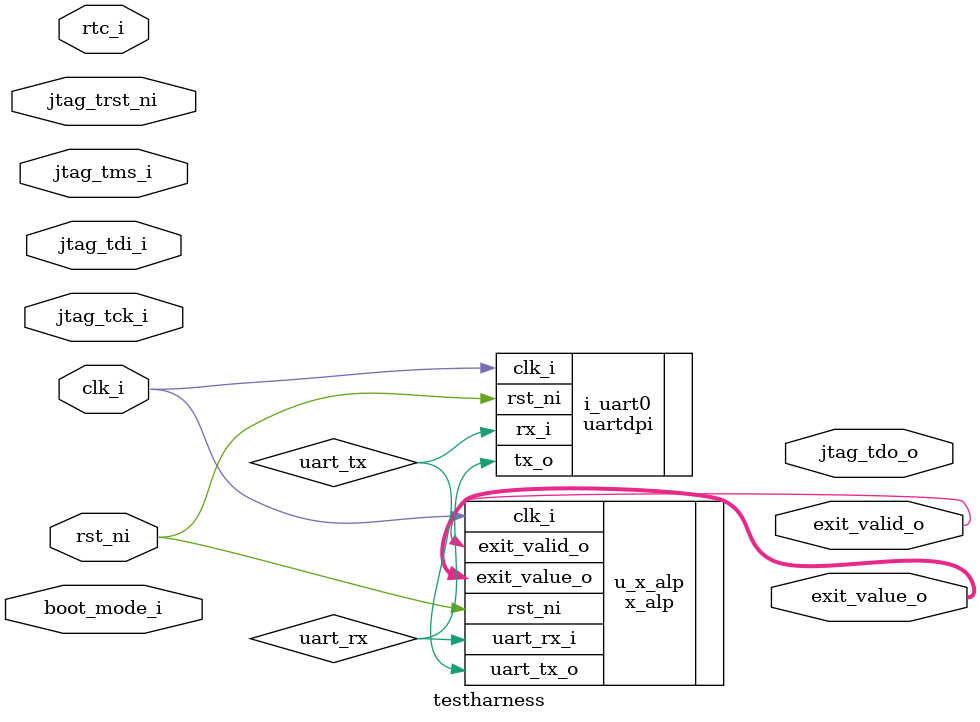
<source format=sv>

module testharness #(
    parameter int unsigned CLK_FREQUENCY = 'd100_000,  //KHz
    parameter bit USE_JTAG_DPI = 1'b0
) (
    input logic       clk_i,
    input logic       rst_ni,
    
    // Boot mode
    //----------
    input logic [1:0] boot_mode_i,

    // RTC Clic clock
    // --------------
    input logic rtc_i,

    // JTAG
    // ----
    input  logic        jtag_tck_i,
    input  logic        jtag_tms_i,
    input  logic        jtag_trst_ni,
    input  logic        jtag_tdi_i,
    output logic        jtag_tdo_o,

    // Exit sim
    // --------
    output logic [31:0] exit_value_o,
    output logic        exit_valid_o
);

    // Includes
    // --------
    `include "tb_util.svh"

    // Internal signals
    // ----------------

    // JTAG
    logic       sim_jtag_enable;
    logic       sim_jtag_tck;
    logic       sim_jtag_trst_n;
    logic       sim_jtag_tms;
    logic       sim_jtag_tdi;
    logic       sim_jtag_tdo;

    logic       jtag_tck;
    logic       jtag_trst_n;
    logic       jtag_tms;
    logic       jtag_tdi;
    logic       jtag_tdo;

    // UART
    logic       uart_tx;
    logic       uart_rx;
    

    //----
    // DUT
    //----
    x_alp u_x_alp (
        .clk_i       (clk_i),
        .rst_ni      (rst_ni),
        .uart_tx_o   (uart_tx),
        .uart_rx_i   (uart_rx),
        .exit_valid_o(exit_valid_o),
        .exit_value_o(exit_value_o)
    );

    uartdpi #(
        .BAUD('d256000),
        .FREQ(CLK_FREQUENCY * 1000),  //Hz
        .NAME("uart0")
    ) i_uart0 (
        .clk_i(clk_i),
        .rst_ni(rst_ni),
        .tx_o(uart_rx),
        .rx_i(uart_tx)
    );

endmodule


</source>
